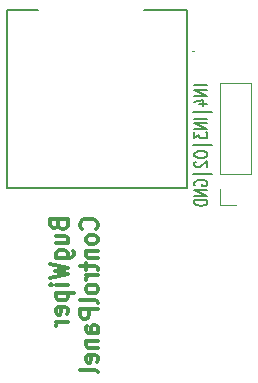
<source format=gbr>
%TF.GenerationSoftware,KiCad,Pcbnew,7.0.10*%
%TF.CreationDate,2025-01-30T23:30:39+01:00*%
%TF.ProjectId,Panel,50616e65-6c2e-46b6-9963-61645f706362,rev?*%
%TF.SameCoordinates,Original*%
%TF.FileFunction,Legend,Bot*%
%TF.FilePolarity,Positive*%
%FSLAX46Y46*%
G04 Gerber Fmt 4.6, Leading zero omitted, Abs format (unit mm)*
G04 Created by KiCad (PCBNEW 7.0.10) date 2025-01-30 23:30:39*
%MOMM*%
%LPD*%
G01*
G04 APERTURE LIST*
%ADD10C,0.300000*%
%ADD11C,0.150000*%
%ADD12C,0.120000*%
%ADD13C,0.100000*%
%ADD14C,0.200000*%
G04 APERTURE END LIST*
D10*
X159169971Y-87182701D02*
X159241400Y-87116034D01*
X159241400Y-87116034D02*
X159312828Y-86916034D01*
X159312828Y-86916034D02*
X159312828Y-86782701D01*
X159312828Y-86782701D02*
X159241400Y-86582701D01*
X159241400Y-86582701D02*
X159098542Y-86449368D01*
X159098542Y-86449368D02*
X158955685Y-86382701D01*
X158955685Y-86382701D02*
X158669971Y-86316034D01*
X158669971Y-86316034D02*
X158455685Y-86316034D01*
X158455685Y-86316034D02*
X158169971Y-86382701D01*
X158169971Y-86382701D02*
X158027114Y-86449368D01*
X158027114Y-86449368D02*
X157884257Y-86582701D01*
X157884257Y-86582701D02*
X157812828Y-86782701D01*
X157812828Y-86782701D02*
X157812828Y-86916034D01*
X157812828Y-86916034D02*
X157884257Y-87116034D01*
X157884257Y-87116034D02*
X157955685Y-87182701D01*
X159312828Y-87982701D02*
X159241400Y-87849368D01*
X159241400Y-87849368D02*
X159169971Y-87782701D01*
X159169971Y-87782701D02*
X159027114Y-87716034D01*
X159027114Y-87716034D02*
X158598542Y-87716034D01*
X158598542Y-87716034D02*
X158455685Y-87782701D01*
X158455685Y-87782701D02*
X158384257Y-87849368D01*
X158384257Y-87849368D02*
X158312828Y-87982701D01*
X158312828Y-87982701D02*
X158312828Y-88182701D01*
X158312828Y-88182701D02*
X158384257Y-88316034D01*
X158384257Y-88316034D02*
X158455685Y-88382701D01*
X158455685Y-88382701D02*
X158598542Y-88449368D01*
X158598542Y-88449368D02*
X159027114Y-88449368D01*
X159027114Y-88449368D02*
X159169971Y-88382701D01*
X159169971Y-88382701D02*
X159241400Y-88316034D01*
X159241400Y-88316034D02*
X159312828Y-88182701D01*
X159312828Y-88182701D02*
X159312828Y-87982701D01*
X158312828Y-89049368D02*
X159312828Y-89049368D01*
X158455685Y-89049368D02*
X158384257Y-89116035D01*
X158384257Y-89116035D02*
X158312828Y-89249368D01*
X158312828Y-89249368D02*
X158312828Y-89449368D01*
X158312828Y-89449368D02*
X158384257Y-89582701D01*
X158384257Y-89582701D02*
X158527114Y-89649368D01*
X158527114Y-89649368D02*
X159312828Y-89649368D01*
X158312828Y-90116035D02*
X158312828Y-90649368D01*
X157812828Y-90316035D02*
X159098542Y-90316035D01*
X159098542Y-90316035D02*
X159241400Y-90382702D01*
X159241400Y-90382702D02*
X159312828Y-90516035D01*
X159312828Y-90516035D02*
X159312828Y-90649368D01*
X159312828Y-91116035D02*
X158312828Y-91116035D01*
X158598542Y-91116035D02*
X158455685Y-91182702D01*
X158455685Y-91182702D02*
X158384257Y-91249368D01*
X158384257Y-91249368D02*
X158312828Y-91382702D01*
X158312828Y-91382702D02*
X158312828Y-91516035D01*
X159312828Y-92182702D02*
X159241400Y-92049369D01*
X159241400Y-92049369D02*
X159169971Y-91982702D01*
X159169971Y-91982702D02*
X159027114Y-91916035D01*
X159027114Y-91916035D02*
X158598542Y-91916035D01*
X158598542Y-91916035D02*
X158455685Y-91982702D01*
X158455685Y-91982702D02*
X158384257Y-92049369D01*
X158384257Y-92049369D02*
X158312828Y-92182702D01*
X158312828Y-92182702D02*
X158312828Y-92382702D01*
X158312828Y-92382702D02*
X158384257Y-92516035D01*
X158384257Y-92516035D02*
X158455685Y-92582702D01*
X158455685Y-92582702D02*
X158598542Y-92649369D01*
X158598542Y-92649369D02*
X159027114Y-92649369D01*
X159027114Y-92649369D02*
X159169971Y-92582702D01*
X159169971Y-92582702D02*
X159241400Y-92516035D01*
X159241400Y-92516035D02*
X159312828Y-92382702D01*
X159312828Y-92382702D02*
X159312828Y-92182702D01*
X159312828Y-93449369D02*
X159241400Y-93316036D01*
X159241400Y-93316036D02*
X159098542Y-93249369D01*
X159098542Y-93249369D02*
X157812828Y-93249369D01*
X159312828Y-93982702D02*
X157812828Y-93982702D01*
X157812828Y-93982702D02*
X157812828Y-94516035D01*
X157812828Y-94516035D02*
X157884257Y-94649369D01*
X157884257Y-94649369D02*
X157955685Y-94716035D01*
X157955685Y-94716035D02*
X158098542Y-94782702D01*
X158098542Y-94782702D02*
X158312828Y-94782702D01*
X158312828Y-94782702D02*
X158455685Y-94716035D01*
X158455685Y-94716035D02*
X158527114Y-94649369D01*
X158527114Y-94649369D02*
X158598542Y-94516035D01*
X158598542Y-94516035D02*
X158598542Y-93982702D01*
X159312828Y-95982702D02*
X158527114Y-95982702D01*
X158527114Y-95982702D02*
X158384257Y-95916035D01*
X158384257Y-95916035D02*
X158312828Y-95782702D01*
X158312828Y-95782702D02*
X158312828Y-95516035D01*
X158312828Y-95516035D02*
X158384257Y-95382702D01*
X159241400Y-95982702D02*
X159312828Y-95849369D01*
X159312828Y-95849369D02*
X159312828Y-95516035D01*
X159312828Y-95516035D02*
X159241400Y-95382702D01*
X159241400Y-95382702D02*
X159098542Y-95316035D01*
X159098542Y-95316035D02*
X158955685Y-95316035D01*
X158955685Y-95316035D02*
X158812828Y-95382702D01*
X158812828Y-95382702D02*
X158741400Y-95516035D01*
X158741400Y-95516035D02*
X158741400Y-95849369D01*
X158741400Y-95849369D02*
X158669971Y-95982702D01*
X158312828Y-96649369D02*
X159312828Y-96649369D01*
X158455685Y-96649369D02*
X158384257Y-96716036D01*
X158384257Y-96716036D02*
X158312828Y-96849369D01*
X158312828Y-96849369D02*
X158312828Y-97049369D01*
X158312828Y-97049369D02*
X158384257Y-97182702D01*
X158384257Y-97182702D02*
X158527114Y-97249369D01*
X158527114Y-97249369D02*
X159312828Y-97249369D01*
X159241400Y-98449369D02*
X159312828Y-98316036D01*
X159312828Y-98316036D02*
X159312828Y-98049369D01*
X159312828Y-98049369D02*
X159241400Y-97916036D01*
X159241400Y-97916036D02*
X159098542Y-97849369D01*
X159098542Y-97849369D02*
X158527114Y-97849369D01*
X158527114Y-97849369D02*
X158384257Y-97916036D01*
X158384257Y-97916036D02*
X158312828Y-98049369D01*
X158312828Y-98049369D02*
X158312828Y-98316036D01*
X158312828Y-98316036D02*
X158384257Y-98449369D01*
X158384257Y-98449369D02*
X158527114Y-98516036D01*
X158527114Y-98516036D02*
X158669971Y-98516036D01*
X158669971Y-98516036D02*
X158812828Y-97849369D01*
X159312828Y-99316036D02*
X159241400Y-99182703D01*
X159241400Y-99182703D02*
X159098542Y-99116036D01*
X159098542Y-99116036D02*
X157812828Y-99116036D01*
X155987114Y-86849368D02*
X156058542Y-87049368D01*
X156058542Y-87049368D02*
X156129971Y-87116034D01*
X156129971Y-87116034D02*
X156272828Y-87182701D01*
X156272828Y-87182701D02*
X156487114Y-87182701D01*
X156487114Y-87182701D02*
X156629971Y-87116034D01*
X156629971Y-87116034D02*
X156701400Y-87049368D01*
X156701400Y-87049368D02*
X156772828Y-86916034D01*
X156772828Y-86916034D02*
X156772828Y-86382701D01*
X156772828Y-86382701D02*
X155272828Y-86382701D01*
X155272828Y-86382701D02*
X155272828Y-86849368D01*
X155272828Y-86849368D02*
X155344257Y-86982701D01*
X155344257Y-86982701D02*
X155415685Y-87049368D01*
X155415685Y-87049368D02*
X155558542Y-87116034D01*
X155558542Y-87116034D02*
X155701400Y-87116034D01*
X155701400Y-87116034D02*
X155844257Y-87049368D01*
X155844257Y-87049368D02*
X155915685Y-86982701D01*
X155915685Y-86982701D02*
X155987114Y-86849368D01*
X155987114Y-86849368D02*
X155987114Y-86382701D01*
X155772828Y-88382701D02*
X156772828Y-88382701D01*
X155772828Y-87782701D02*
X156558542Y-87782701D01*
X156558542Y-87782701D02*
X156701400Y-87849368D01*
X156701400Y-87849368D02*
X156772828Y-87982701D01*
X156772828Y-87982701D02*
X156772828Y-88182701D01*
X156772828Y-88182701D02*
X156701400Y-88316034D01*
X156701400Y-88316034D02*
X156629971Y-88382701D01*
X155772828Y-89649368D02*
X156987114Y-89649368D01*
X156987114Y-89649368D02*
X157129971Y-89582701D01*
X157129971Y-89582701D02*
X157201400Y-89516035D01*
X157201400Y-89516035D02*
X157272828Y-89382701D01*
X157272828Y-89382701D02*
X157272828Y-89182701D01*
X157272828Y-89182701D02*
X157201400Y-89049368D01*
X156701400Y-89649368D02*
X156772828Y-89516035D01*
X156772828Y-89516035D02*
X156772828Y-89249368D01*
X156772828Y-89249368D02*
X156701400Y-89116035D01*
X156701400Y-89116035D02*
X156629971Y-89049368D01*
X156629971Y-89049368D02*
X156487114Y-88982701D01*
X156487114Y-88982701D02*
X156058542Y-88982701D01*
X156058542Y-88982701D02*
X155915685Y-89049368D01*
X155915685Y-89049368D02*
X155844257Y-89116035D01*
X155844257Y-89116035D02*
X155772828Y-89249368D01*
X155772828Y-89249368D02*
X155772828Y-89516035D01*
X155772828Y-89516035D02*
X155844257Y-89649368D01*
X155272828Y-90182702D02*
X156772828Y-90516035D01*
X156772828Y-90516035D02*
X155701400Y-90782702D01*
X155701400Y-90782702D02*
X156772828Y-91049368D01*
X156772828Y-91049368D02*
X155272828Y-91382702D01*
X156772828Y-91916035D02*
X155772828Y-91916035D01*
X155272828Y-91916035D02*
X155344257Y-91849368D01*
X155344257Y-91849368D02*
X155415685Y-91916035D01*
X155415685Y-91916035D02*
X155344257Y-91982702D01*
X155344257Y-91982702D02*
X155272828Y-91916035D01*
X155272828Y-91916035D02*
X155415685Y-91916035D01*
X155772828Y-92582702D02*
X157272828Y-92582702D01*
X155844257Y-92582702D02*
X155772828Y-92716035D01*
X155772828Y-92716035D02*
X155772828Y-92982702D01*
X155772828Y-92982702D02*
X155844257Y-93116035D01*
X155844257Y-93116035D02*
X155915685Y-93182702D01*
X155915685Y-93182702D02*
X156058542Y-93249369D01*
X156058542Y-93249369D02*
X156487114Y-93249369D01*
X156487114Y-93249369D02*
X156629971Y-93182702D01*
X156629971Y-93182702D02*
X156701400Y-93116035D01*
X156701400Y-93116035D02*
X156772828Y-92982702D01*
X156772828Y-92982702D02*
X156772828Y-92716035D01*
X156772828Y-92716035D02*
X156701400Y-92582702D01*
X156701400Y-94382702D02*
X156772828Y-94249369D01*
X156772828Y-94249369D02*
X156772828Y-93982702D01*
X156772828Y-93982702D02*
X156701400Y-93849369D01*
X156701400Y-93849369D02*
X156558542Y-93782702D01*
X156558542Y-93782702D02*
X155987114Y-93782702D01*
X155987114Y-93782702D02*
X155844257Y-93849369D01*
X155844257Y-93849369D02*
X155772828Y-93982702D01*
X155772828Y-93982702D02*
X155772828Y-94249369D01*
X155772828Y-94249369D02*
X155844257Y-94382702D01*
X155844257Y-94382702D02*
X155987114Y-94449369D01*
X155987114Y-94449369D02*
X156129971Y-94449369D01*
X156129971Y-94449369D02*
X156272828Y-93782702D01*
X156772828Y-95049369D02*
X155772828Y-95049369D01*
X156058542Y-95049369D02*
X155915685Y-95116036D01*
X155915685Y-95116036D02*
X155844257Y-95182702D01*
X155844257Y-95182702D02*
X155772828Y-95316036D01*
X155772828Y-95316036D02*
X155772828Y-95449369D01*
D11*
X168607580Y-75043922D02*
X167507580Y-75043922D01*
X168607580Y-75434398D02*
X167507580Y-75434398D01*
X167507580Y-75434398D02*
X168607580Y-75902969D01*
X168607580Y-75902969D02*
X167507580Y-75902969D01*
X167874247Y-76644874D02*
X168607580Y-76644874D01*
X167455200Y-76449636D02*
X168240914Y-76254398D01*
X168240914Y-76254398D02*
X168240914Y-76762017D01*
X168974247Y-77269636D02*
X167402819Y-77269636D01*
X168607580Y-77855350D02*
X167507580Y-77855350D01*
X168607580Y-78245826D02*
X167507580Y-78245826D01*
X167507580Y-78245826D02*
X168607580Y-78714397D01*
X168607580Y-78714397D02*
X167507580Y-78714397D01*
X167507580Y-79026778D02*
X167507580Y-79534397D01*
X167507580Y-79534397D02*
X167926628Y-79261064D01*
X167926628Y-79261064D02*
X167926628Y-79378207D01*
X167926628Y-79378207D02*
X167979009Y-79456302D01*
X167979009Y-79456302D02*
X168031390Y-79495350D01*
X168031390Y-79495350D02*
X168136152Y-79534397D01*
X168136152Y-79534397D02*
X168398057Y-79534397D01*
X168398057Y-79534397D02*
X168502819Y-79495350D01*
X168502819Y-79495350D02*
X168555200Y-79456302D01*
X168555200Y-79456302D02*
X168607580Y-79378207D01*
X168607580Y-79378207D02*
X168607580Y-79143921D01*
X168607580Y-79143921D02*
X168555200Y-79065826D01*
X168555200Y-79065826D02*
X168502819Y-79026778D01*
X168974247Y-80081064D02*
X167402819Y-80081064D01*
X167507580Y-80822968D02*
X167507580Y-80979159D01*
X167507580Y-80979159D02*
X167559961Y-81057254D01*
X167559961Y-81057254D02*
X167664723Y-81135349D01*
X167664723Y-81135349D02*
X167874247Y-81174397D01*
X167874247Y-81174397D02*
X168240914Y-81174397D01*
X168240914Y-81174397D02*
X168450438Y-81135349D01*
X168450438Y-81135349D02*
X168555200Y-81057254D01*
X168555200Y-81057254D02*
X168607580Y-80979159D01*
X168607580Y-80979159D02*
X168607580Y-80822968D01*
X168607580Y-80822968D02*
X168555200Y-80744873D01*
X168555200Y-80744873D02*
X168450438Y-80666778D01*
X168450438Y-80666778D02*
X168240914Y-80627730D01*
X168240914Y-80627730D02*
X167874247Y-80627730D01*
X167874247Y-80627730D02*
X167664723Y-80666778D01*
X167664723Y-80666778D02*
X167559961Y-80744873D01*
X167559961Y-80744873D02*
X167507580Y-80822968D01*
X167612342Y-81486778D02*
X167559961Y-81525826D01*
X167559961Y-81525826D02*
X167507580Y-81603921D01*
X167507580Y-81603921D02*
X167507580Y-81799159D01*
X167507580Y-81799159D02*
X167559961Y-81877254D01*
X167559961Y-81877254D02*
X167612342Y-81916302D01*
X167612342Y-81916302D02*
X167717104Y-81955349D01*
X167717104Y-81955349D02*
X167821866Y-81955349D01*
X167821866Y-81955349D02*
X167979009Y-81916302D01*
X167979009Y-81916302D02*
X168607580Y-81447730D01*
X168607580Y-81447730D02*
X168607580Y-81955349D01*
X168974247Y-82502016D02*
X167402819Y-82502016D01*
X167559961Y-83517253D02*
X167507580Y-83439158D01*
X167507580Y-83439158D02*
X167507580Y-83322015D01*
X167507580Y-83322015D02*
X167559961Y-83204872D01*
X167559961Y-83204872D02*
X167664723Y-83126777D01*
X167664723Y-83126777D02*
X167769485Y-83087730D01*
X167769485Y-83087730D02*
X167979009Y-83048682D01*
X167979009Y-83048682D02*
X168136152Y-83048682D01*
X168136152Y-83048682D02*
X168345676Y-83087730D01*
X168345676Y-83087730D02*
X168450438Y-83126777D01*
X168450438Y-83126777D02*
X168555200Y-83204872D01*
X168555200Y-83204872D02*
X168607580Y-83322015D01*
X168607580Y-83322015D02*
X168607580Y-83400111D01*
X168607580Y-83400111D02*
X168555200Y-83517253D01*
X168555200Y-83517253D02*
X168502819Y-83556301D01*
X168502819Y-83556301D02*
X168136152Y-83556301D01*
X168136152Y-83556301D02*
X168136152Y-83400111D01*
X168607580Y-83907730D02*
X167507580Y-83907730D01*
X167507580Y-83907730D02*
X168607580Y-84376301D01*
X168607580Y-84376301D02*
X167507580Y-84376301D01*
X168607580Y-84766778D02*
X167507580Y-84766778D01*
X167507580Y-84766778D02*
X167507580Y-84962016D01*
X167507580Y-84962016D02*
X167559961Y-85079159D01*
X167559961Y-85079159D02*
X167664723Y-85157254D01*
X167664723Y-85157254D02*
X167769485Y-85196301D01*
X167769485Y-85196301D02*
X167979009Y-85235349D01*
X167979009Y-85235349D02*
X168136152Y-85235349D01*
X168136152Y-85235349D02*
X168345676Y-85196301D01*
X168345676Y-85196301D02*
X168450438Y-85157254D01*
X168450438Y-85157254D02*
X168555200Y-85079159D01*
X168555200Y-85079159D02*
X168607580Y-84962016D01*
X168607580Y-84962016D02*
X168607580Y-84766778D01*
D12*
%TO.C,J2*%
X169670000Y-74850000D02*
X172330000Y-74850000D01*
X169670000Y-82530000D02*
X169670000Y-74850000D01*
X169670000Y-82530000D02*
X172330000Y-82530000D01*
X169670000Y-83800000D02*
X169670000Y-85130000D01*
X169670000Y-85130000D02*
X171000000Y-85130000D01*
X172330000Y-82530000D02*
X172330000Y-74850000D01*
D13*
%TO.C,J1*%
X167430000Y-72150000D02*
X167430000Y-72150000D01*
X167330000Y-72150000D02*
X167330000Y-72150000D01*
D14*
X166905000Y-83730000D02*
X151665000Y-83730000D01*
X166905000Y-68650000D02*
X166905000Y-83730000D01*
X163230000Y-68650000D02*
X166905000Y-68650000D01*
X151665000Y-83730000D02*
X151665000Y-68650000D01*
X151665000Y-68650000D02*
X154230000Y-68650000D01*
D13*
X167330000Y-72150000D02*
G75*
G03*
X167430000Y-72150000I50000J0D01*
G01*
X167430000Y-72150000D02*
G75*
G03*
X167330000Y-72150000I-50000J0D01*
G01*
%TD*%
M02*

</source>
